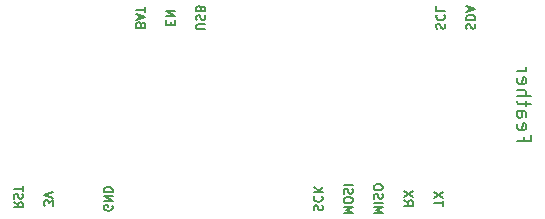
<source format=gbo>
G04 #@! TF.GenerationSoftware,KiCad,Pcbnew,(5.1.5-0-10_14)*
G04 #@! TF.CreationDate,2019-12-30T14:06:52-05:00*
G04 #@! TF.ProjectId,FeatherShim,46656174-6865-4725-9368-696d2e6b6963,rev?*
G04 #@! TF.SameCoordinates,Original*
G04 #@! TF.FileFunction,Legend,Bot*
G04 #@! TF.FilePolarity,Positive*
%FSLAX46Y46*%
G04 Gerber Fmt 4.6, Leading zero omitted, Abs format (unit mm)*
G04 Created by KiCad (PCBNEW (5.1.5-0-10_14)) date 2019-12-30 14:06:52*
%MOMM*%
%LPD*%
G04 APERTURE LIST*
%ADD10C,0.150000*%
%ADD11C,0.127000*%
G04 APERTURE END LIST*
D10*
X179130314Y-105755742D02*
X179130314Y-106155742D01*
X178501742Y-106155742D02*
X179701742Y-106155742D01*
X179701742Y-105584314D01*
X178558885Y-104670028D02*
X178501742Y-104784314D01*
X178501742Y-105012885D01*
X178558885Y-105127171D01*
X178673171Y-105184314D01*
X179130314Y-105184314D01*
X179244600Y-105127171D01*
X179301742Y-105012885D01*
X179301742Y-104784314D01*
X179244600Y-104670028D01*
X179130314Y-104612885D01*
X179016028Y-104612885D01*
X178901742Y-105184314D01*
X178501742Y-103584314D02*
X179130314Y-103584314D01*
X179244600Y-103641457D01*
X179301742Y-103755742D01*
X179301742Y-103984314D01*
X179244600Y-104098600D01*
X178558885Y-103584314D02*
X178501742Y-103698600D01*
X178501742Y-103984314D01*
X178558885Y-104098600D01*
X178673171Y-104155742D01*
X178787457Y-104155742D01*
X178901742Y-104098600D01*
X178958885Y-103984314D01*
X178958885Y-103698600D01*
X179016028Y-103584314D01*
X179301742Y-103184314D02*
X179301742Y-102727171D01*
X179701742Y-103012885D02*
X178673171Y-103012885D01*
X178558885Y-102955742D01*
X178501742Y-102841457D01*
X178501742Y-102727171D01*
X178501742Y-102327171D02*
X179701742Y-102327171D01*
X178501742Y-101812885D02*
X179130314Y-101812885D01*
X179244600Y-101870028D01*
X179301742Y-101984314D01*
X179301742Y-102155742D01*
X179244600Y-102270028D01*
X179187457Y-102327171D01*
X178558885Y-100784314D02*
X178501742Y-100898600D01*
X178501742Y-101127171D01*
X178558885Y-101241457D01*
X178673171Y-101298600D01*
X179130314Y-101298600D01*
X179244600Y-101241457D01*
X179301742Y-101127171D01*
X179301742Y-100898600D01*
X179244600Y-100784314D01*
X179130314Y-100727171D01*
X179016028Y-100727171D01*
X178901742Y-101298600D01*
X178501742Y-100212885D02*
X179301742Y-100212885D01*
X179073171Y-100212885D02*
X179187457Y-100155742D01*
X179244600Y-100098600D01*
X179301742Y-99984314D01*
X179301742Y-99870028D01*
D11*
X144246600Y-111603971D02*
X144282885Y-111676542D01*
X144282885Y-111785400D01*
X144246600Y-111894257D01*
X144174028Y-111966828D01*
X144101457Y-112003114D01*
X143956314Y-112039400D01*
X143847457Y-112039400D01*
X143702314Y-112003114D01*
X143629742Y-111966828D01*
X143557171Y-111894257D01*
X143520885Y-111785400D01*
X143520885Y-111712828D01*
X143557171Y-111603971D01*
X143593457Y-111567685D01*
X143847457Y-111567685D01*
X143847457Y-111712828D01*
X143520885Y-111241114D02*
X144282885Y-111241114D01*
X143520885Y-110805685D01*
X144282885Y-110805685D01*
X143520885Y-110442828D02*
X144282885Y-110442828D01*
X144282885Y-110261400D01*
X144246600Y-110152542D01*
X144174028Y-110079971D01*
X144101457Y-110043685D01*
X143956314Y-110007400D01*
X143847457Y-110007400D01*
X143702314Y-110043685D01*
X143629742Y-110079971D01*
X143557171Y-110152542D01*
X143520885Y-110261400D01*
X143520885Y-110442828D01*
X161337171Y-112003114D02*
X161300885Y-111894257D01*
X161300885Y-111712828D01*
X161337171Y-111640257D01*
X161373457Y-111603971D01*
X161446028Y-111567685D01*
X161518600Y-111567685D01*
X161591171Y-111603971D01*
X161627457Y-111640257D01*
X161663742Y-111712828D01*
X161700028Y-111857971D01*
X161736314Y-111930542D01*
X161772600Y-111966828D01*
X161845171Y-112003114D01*
X161917742Y-112003114D01*
X161990314Y-111966828D01*
X162026600Y-111930542D01*
X162062885Y-111857971D01*
X162062885Y-111676542D01*
X162026600Y-111567685D01*
X161373457Y-110805685D02*
X161337171Y-110841971D01*
X161300885Y-110950828D01*
X161300885Y-111023400D01*
X161337171Y-111132257D01*
X161409742Y-111204828D01*
X161482314Y-111241114D01*
X161627457Y-111277400D01*
X161736314Y-111277400D01*
X161881457Y-111241114D01*
X161954028Y-111204828D01*
X162026600Y-111132257D01*
X162062885Y-111023400D01*
X162062885Y-110950828D01*
X162026600Y-110841971D01*
X161990314Y-110805685D01*
X161300885Y-110479114D02*
X162062885Y-110479114D01*
X161300885Y-110043685D02*
X161736314Y-110370257D01*
X162062885Y-110043685D02*
X161627457Y-110479114D01*
X163840885Y-112220828D02*
X164602885Y-112220828D01*
X164058600Y-111966828D01*
X164602885Y-111712828D01*
X163840885Y-111712828D01*
X164602885Y-111204828D02*
X164602885Y-111059685D01*
X164566600Y-110987114D01*
X164494028Y-110914542D01*
X164348885Y-110878257D01*
X164094885Y-110878257D01*
X163949742Y-110914542D01*
X163877171Y-110987114D01*
X163840885Y-111059685D01*
X163840885Y-111204828D01*
X163877171Y-111277400D01*
X163949742Y-111349971D01*
X164094885Y-111386257D01*
X164348885Y-111386257D01*
X164494028Y-111349971D01*
X164566600Y-111277400D01*
X164602885Y-111204828D01*
X163877171Y-110587971D02*
X163840885Y-110479114D01*
X163840885Y-110297685D01*
X163877171Y-110225114D01*
X163913457Y-110188828D01*
X163986028Y-110152542D01*
X164058600Y-110152542D01*
X164131171Y-110188828D01*
X164167457Y-110225114D01*
X164203742Y-110297685D01*
X164240028Y-110442828D01*
X164276314Y-110515400D01*
X164312600Y-110551685D01*
X164385171Y-110587971D01*
X164457742Y-110587971D01*
X164530314Y-110551685D01*
X164566600Y-110515400D01*
X164602885Y-110442828D01*
X164602885Y-110261400D01*
X164566600Y-110152542D01*
X163840885Y-109825971D02*
X164602885Y-109825971D01*
X146663228Y-96269628D02*
X146626942Y-96160771D01*
X146590657Y-96124485D01*
X146518085Y-96088200D01*
X146409228Y-96088200D01*
X146336657Y-96124485D01*
X146300371Y-96160771D01*
X146264085Y-96233342D01*
X146264085Y-96523628D01*
X147026085Y-96523628D01*
X147026085Y-96269628D01*
X146989800Y-96197057D01*
X146953514Y-96160771D01*
X146880942Y-96124485D01*
X146808371Y-96124485D01*
X146735800Y-96160771D01*
X146699514Y-96197057D01*
X146663228Y-96269628D01*
X146663228Y-96523628D01*
X146481800Y-95797914D02*
X146481800Y-95435057D01*
X146264085Y-95870485D02*
X147026085Y-95616485D01*
X146264085Y-95362485D01*
X147026085Y-95217342D02*
X147026085Y-94781914D01*
X146264085Y-94999628D02*
X147026085Y-94999628D01*
X152106085Y-96668771D02*
X151489228Y-96668771D01*
X151416657Y-96632485D01*
X151380371Y-96596200D01*
X151344085Y-96523628D01*
X151344085Y-96378485D01*
X151380371Y-96305914D01*
X151416657Y-96269628D01*
X151489228Y-96233342D01*
X152106085Y-96233342D01*
X151380371Y-95906771D02*
X151344085Y-95797914D01*
X151344085Y-95616485D01*
X151380371Y-95543914D01*
X151416657Y-95507628D01*
X151489228Y-95471342D01*
X151561800Y-95471342D01*
X151634371Y-95507628D01*
X151670657Y-95543914D01*
X151706942Y-95616485D01*
X151743228Y-95761628D01*
X151779514Y-95834200D01*
X151815800Y-95870485D01*
X151888371Y-95906771D01*
X151960942Y-95906771D01*
X152033514Y-95870485D01*
X152069800Y-95834200D01*
X152106085Y-95761628D01*
X152106085Y-95580200D01*
X152069800Y-95471342D01*
X151743228Y-94890771D02*
X151706942Y-94781914D01*
X151670657Y-94745628D01*
X151598085Y-94709342D01*
X151489228Y-94709342D01*
X151416657Y-94745628D01*
X151380371Y-94781914D01*
X151344085Y-94854485D01*
X151344085Y-95144771D01*
X152106085Y-95144771D01*
X152106085Y-94890771D01*
X152069800Y-94818200D01*
X152033514Y-94781914D01*
X151960942Y-94745628D01*
X151888371Y-94745628D01*
X151815800Y-94781914D01*
X151779514Y-94818200D01*
X151743228Y-94890771D01*
X151743228Y-95144771D01*
X149203228Y-96269628D02*
X149203228Y-96015628D01*
X148804085Y-95906771D02*
X148804085Y-96269628D01*
X149566085Y-96269628D01*
X149566085Y-95906771D01*
X148804085Y-95580200D02*
X149566085Y-95580200D01*
X148804085Y-95144771D01*
X149566085Y-95144771D01*
X171700371Y-96614342D02*
X171664085Y-96505485D01*
X171664085Y-96324057D01*
X171700371Y-96251485D01*
X171736657Y-96215200D01*
X171809228Y-96178914D01*
X171881800Y-96178914D01*
X171954371Y-96215200D01*
X171990657Y-96251485D01*
X172026942Y-96324057D01*
X172063228Y-96469200D01*
X172099514Y-96541771D01*
X172135800Y-96578057D01*
X172208371Y-96614342D01*
X172280942Y-96614342D01*
X172353514Y-96578057D01*
X172389800Y-96541771D01*
X172426085Y-96469200D01*
X172426085Y-96287771D01*
X172389800Y-96178914D01*
X171736657Y-95416914D02*
X171700371Y-95453200D01*
X171664085Y-95562057D01*
X171664085Y-95634628D01*
X171700371Y-95743485D01*
X171772942Y-95816057D01*
X171845514Y-95852342D01*
X171990657Y-95888628D01*
X172099514Y-95888628D01*
X172244657Y-95852342D01*
X172317228Y-95816057D01*
X172389800Y-95743485D01*
X172426085Y-95634628D01*
X172426085Y-95562057D01*
X172389800Y-95453200D01*
X172353514Y-95416914D01*
X171664085Y-94727485D02*
X171664085Y-95090342D01*
X172426085Y-95090342D01*
X174240371Y-96632485D02*
X174204085Y-96523628D01*
X174204085Y-96342200D01*
X174240371Y-96269628D01*
X174276657Y-96233342D01*
X174349228Y-96197057D01*
X174421800Y-96197057D01*
X174494371Y-96233342D01*
X174530657Y-96269628D01*
X174566942Y-96342200D01*
X174603228Y-96487342D01*
X174639514Y-96559914D01*
X174675800Y-96596200D01*
X174748371Y-96632485D01*
X174820942Y-96632485D01*
X174893514Y-96596200D01*
X174929800Y-96559914D01*
X174966085Y-96487342D01*
X174966085Y-96305914D01*
X174929800Y-96197057D01*
X174204085Y-95870485D02*
X174966085Y-95870485D01*
X174966085Y-95689057D01*
X174929800Y-95580200D01*
X174857228Y-95507628D01*
X174784657Y-95471342D01*
X174639514Y-95435057D01*
X174530657Y-95435057D01*
X174385514Y-95471342D01*
X174312942Y-95507628D01*
X174240371Y-95580200D01*
X174204085Y-95689057D01*
X174204085Y-95870485D01*
X174421800Y-95144771D02*
X174421800Y-94781914D01*
X174204085Y-95217342D02*
X174966085Y-94963342D01*
X174204085Y-94709342D01*
X139202885Y-111603971D02*
X139202885Y-111132257D01*
X138912600Y-111386257D01*
X138912600Y-111277400D01*
X138876314Y-111204828D01*
X138840028Y-111168542D01*
X138767457Y-111132257D01*
X138586028Y-111132257D01*
X138513457Y-111168542D01*
X138477171Y-111204828D01*
X138440885Y-111277400D01*
X138440885Y-111495114D01*
X138477171Y-111567685D01*
X138513457Y-111603971D01*
X139202885Y-110914542D02*
X138440885Y-110660542D01*
X139202885Y-110406542D01*
X135900885Y-111310685D02*
X136263742Y-111564685D01*
X135900885Y-111746114D02*
X136662885Y-111746114D01*
X136662885Y-111455828D01*
X136626600Y-111383257D01*
X136590314Y-111346971D01*
X136517742Y-111310685D01*
X136408885Y-111310685D01*
X136336314Y-111346971D01*
X136300028Y-111383257D01*
X136263742Y-111455828D01*
X136263742Y-111746114D01*
X135937171Y-111020400D02*
X135900885Y-110911542D01*
X135900885Y-110730114D01*
X135937171Y-110657542D01*
X135973457Y-110621257D01*
X136046028Y-110584971D01*
X136118600Y-110584971D01*
X136191171Y-110621257D01*
X136227457Y-110657542D01*
X136263742Y-110730114D01*
X136300028Y-110875257D01*
X136336314Y-110947828D01*
X136372600Y-110984114D01*
X136445171Y-111020400D01*
X136517742Y-111020400D01*
X136590314Y-110984114D01*
X136626600Y-110947828D01*
X136662885Y-110875257D01*
X136662885Y-110693828D01*
X136626600Y-110584971D01*
X136662885Y-110367257D02*
X136662885Y-109931828D01*
X135900885Y-110149542D02*
X136662885Y-110149542D01*
X166380885Y-112220828D02*
X167142885Y-112220828D01*
X166598600Y-111966828D01*
X167142885Y-111712828D01*
X166380885Y-111712828D01*
X166380885Y-111349971D02*
X167142885Y-111349971D01*
X166417171Y-111023400D02*
X166380885Y-110914542D01*
X166380885Y-110733114D01*
X166417171Y-110660542D01*
X166453457Y-110624257D01*
X166526028Y-110587971D01*
X166598600Y-110587971D01*
X166671171Y-110624257D01*
X166707457Y-110660542D01*
X166743742Y-110733114D01*
X166780028Y-110878257D01*
X166816314Y-110950828D01*
X166852600Y-110987114D01*
X166925171Y-111023400D01*
X166997742Y-111023400D01*
X167070314Y-110987114D01*
X167106600Y-110950828D01*
X167142885Y-110878257D01*
X167142885Y-110696828D01*
X167106600Y-110587971D01*
X167142885Y-110116257D02*
X167142885Y-109971114D01*
X167106600Y-109898542D01*
X167034028Y-109825971D01*
X166888885Y-109789685D01*
X166634885Y-109789685D01*
X166489742Y-109825971D01*
X166417171Y-109898542D01*
X166380885Y-109971114D01*
X166380885Y-110116257D01*
X166417171Y-110188828D01*
X166489742Y-110261400D01*
X166634885Y-110297685D01*
X166888885Y-110297685D01*
X167034028Y-110261400D01*
X167106600Y-110188828D01*
X167142885Y-110116257D01*
X168920885Y-111150400D02*
X169283742Y-111404400D01*
X168920885Y-111585828D02*
X169682885Y-111585828D01*
X169682885Y-111295542D01*
X169646600Y-111222971D01*
X169610314Y-111186685D01*
X169537742Y-111150400D01*
X169428885Y-111150400D01*
X169356314Y-111186685D01*
X169320028Y-111222971D01*
X169283742Y-111295542D01*
X169283742Y-111585828D01*
X169682885Y-110896400D02*
X168920885Y-110388400D01*
X169682885Y-110388400D02*
X168920885Y-110896400D01*
X172222885Y-111603971D02*
X172222885Y-111168542D01*
X171460885Y-111386257D02*
X172222885Y-111386257D01*
X172222885Y-110987114D02*
X171460885Y-110479114D01*
X172222885Y-110479114D02*
X171460885Y-110987114D01*
M02*

</source>
